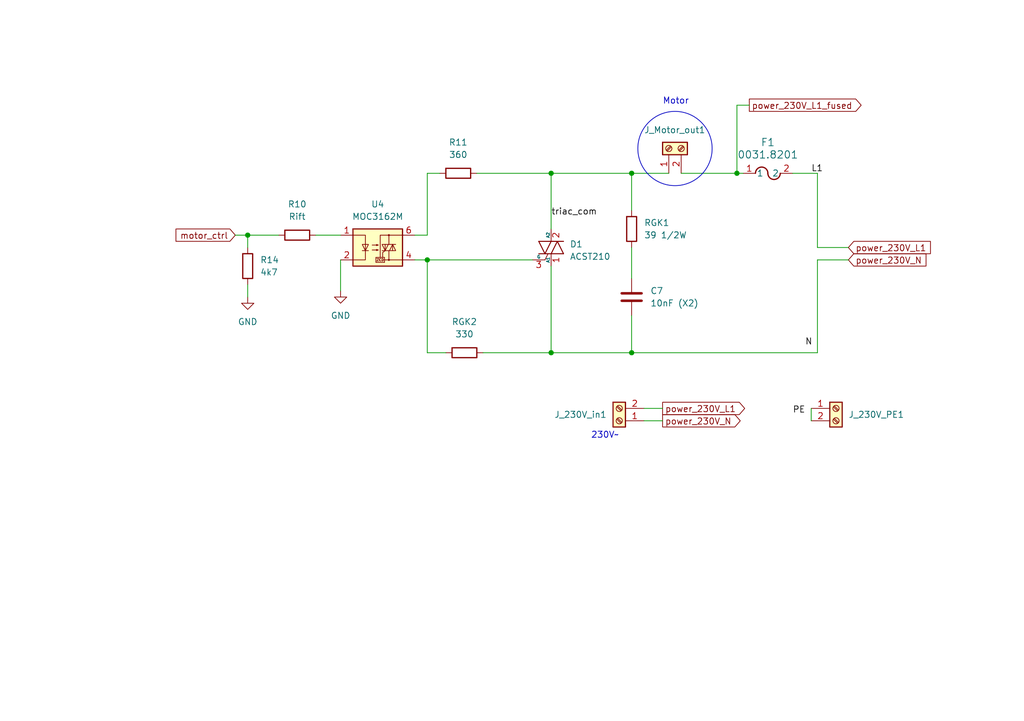
<source format=kicad_sch>
(kicad_sch (version 20230121) (generator eeschema)
  (paper "A5")
  (lib_symbols
    (symbol "2023-11-25_08-51-25:0031.8201" (pin_names (offset 0.254))
      (property "Reference" "F" (at 5.08 3.175 0))
      (property "Value" "0031.8201" (at 5.08 -3.175 0))
      (symbol "0031.8201_1_1"
        (arc (start 5.08 0) (mid 3.81 1.2645) (end 2.54 0) (stroke (width 0.254)))
        (arc (start 5.08 0) (mid 6.35 -1.2645) (end 7.62 0) (stroke (width 0.254)))
        (pin unspecified line (at 0 0 0) (length 2.54) (name "1") (number "1"))
        (pin unspecified line (at 10.16 0 180) (length 2.54) (name "2") (number "2"))
      )
      (symbol "0031.8201_1_2"
        (arc (start 0 5.08) (mid -1.2645 3.81) (end 0 2.54) (stroke (width 0.254)))
        (arc (start 0 5.08) (mid 1.2645 6.35) (end 0 7.62) (stroke (width 0.254)))
        (pin unspecified line (at 0 0 90) (length 2.54) (name "1") (number "1"))
        (pin unspecified line (at 0 10.16 270) (length 2.54) (name "2") (number "2"))
      )
    )
    (symbol "Connector:Screw_Terminal_01x02" (pin_names (offset 1.016) hide)
      (property "Reference" "J" (at 0 2.54 0))
      (property "Value" "Screw_Terminal_01x02" (at 0 -5.08 0))
      (symbol "Screw_Terminal_01x02_1_1"
        (rectangle (start -1.27 1.27) (end 1.27 -3.81) (stroke (width 0.254)) (fill (type background)))
        (circle (center 0 -2.54) (radius 0.635) (stroke (width 0.1524)))
        (polyline (pts (xy -0.5334 -2.2098) (xy 0.3302 -3.048)) (stroke (width 0.1524)))
        (polyline (pts (xy -0.5334 0.3302) (xy 0.3302 -0.508)) (stroke (width 0.1524)))
        (polyline (pts (xy -0.3556 -2.032) (xy 0.508 -2.8702)) (stroke (width 0.1524)))
        (polyline (pts (xy -0.3556 0.508) (xy 0.508 -0.3302)) (stroke (width 0.1524)))
        (circle (center 0 0) (radius 0.635) (stroke (width 0.1524)))
        (pin passive line (at -5.08 0 0) (length 3.81) (name "Pin_1") (number "1"))
        (pin passive line (at -5.08 -2.54 0) (length 3.81) (name "Pin_2") (number "2"))
      )
    )
    (symbol "Device:C" (pin_numbers hide) (pin_names (offset 0.254))
      (property "Reference" "C" (at 0.635 2.54 0))
      (property "Value" "C" (at 0.635 -2.54 0))
      (symbol "C_0_1"
        (polyline (pts (xy -2.032 -0.762) (xy 2.032 -0.762)) (stroke (width 0.508)))
        (polyline (pts (xy -2.032 0.762) (xy 2.032 0.762)) (stroke (width 0.508)))
      )
      (symbol "C_1_1"
        (pin passive line (at 0 3.81 270) (length 2.794) (name "~") (number "1"))
        (pin passive line (at 0 -3.81 90) (length 2.794) (name "~") (number "2"))
      )
    )
    (symbol "Device:Q_TRIAC_A1A2G" (pin_names (offset 0))
      (property "Reference" "D" (at 3.175 0.635 0))
      (property "Value" "Q_TRIAC_A1A2G" (at 3.175 -1.27 0))
      (symbol "Q_TRIAC_A1A2G_0_1"
        (polyline (pts (xy -2.54 -1.27) (xy 2.54 -1.27)) (stroke (width 0.2032)))
        (polyline (pts (xy -2.54 1.27) (xy 2.54 1.27)) (stroke (width 0.2032)))
        (polyline (pts (xy -1.27 -2.54) (xy -0.635 -1.27)))
        (polyline (pts (xy -2.54 1.27) (xy -1.27 -1.27) (xy 0 1.27)) (stroke (width 0.2032)))
        (polyline (pts (xy 0 -1.27) (xy 1.27 1.27) (xy 2.54 -1.27)) (stroke (width 0.2032)))
      )
      (symbol "Q_TRIAC_A1A2G_1_1"
        (pin passive line (at 0 -3.81 90) (length 2.54) (name "A1") (number "1"))
        (pin passive line (at 0 3.81 270) (length 2.54) (name "A2") (number "2"))
        (pin input line (at -3.81 -2.54 0) (length 2.54) (name "G") (number "3"))
      )
    )
    (symbol "Device:R" (pin_numbers hide) (pin_names (offset 0))
      (property "Reference" "R" (at 2.032 0 90))
      (property "Value" "R" (at 0 0 90))
      (symbol "R_0_1"
        (rectangle (start -1.016 -2.54) (end 1.016 2.54) (stroke (width 0.254)))
      )
      (symbol "R_1_1"
        (pin passive line (at 0 3.81 270) (length 1.27) (name "~") (number "1"))
        (pin passive line (at 0 -3.81 90) (length 1.27) (name "~") (number "2"))
      )
    )
    (symbol "Relay_SolidState:MOC3162M"
      (property "Reference" "U" (at -5.08 5.08 0))
      (property "Value" "MOC3162M" (at 0 5.08 0))
      (symbol "MOC3162M_0_0"
        (rectangle (start -0.381 -2.032) (end 1.397 -3.048))
        (polyline (pts (xy 2.286 -2.54) (xy 1.397 -2.54)))
        (polyline (pts (xy 1.524 -0.635) (xy 1.016 -1.016) (xy 1.016 -2.032)))
        (text "ZCD" (at 0.508 -2.54 0) (effects (font (size 0.508 0.508))))
      )
      (symbol "MOC3162M_0_1"
        (rectangle (start -5.08 3.81) (end 5.08 -3.81) (stroke (width 0.254)) (fill (type background)))
        (polyline (pts (xy -3.175 -0.635) (xy -1.905 -0.635)))
        (polyline (pts (xy 1.524 -0.635) (xy 1.524 0.635)))
        (polyline (pts (xy 3.048 0.635) (xy 3.048 -0.635)))
        (polyline (pts (xy 2.286 -0.635) (xy 2.286 -2.54) (xy 5.08 -2.54)))
        (polyline (pts (xy 2.286 0.635) (xy 2.286 2.54) (xy 5.08 2.54)))
        (polyline (pts (xy 2.286 2.54) (xy 0.508 2.54) (xy 0.508 -2.032)))
        (polyline (pts (xy -5.08 2.54) (xy -2.54 2.54) (xy -2.54 -2.54) (xy -5.08 -2.54)))
        (polyline (pts (xy -2.54 -0.635) (xy -3.175 0.635) (xy -1.905 0.635) (xy -2.54 -0.635)))
        (polyline (pts (xy 0.889 -0.635) (xy 3.683 -0.635) (xy 3.048 0.635) (xy 2.413 -0.635)))
        (polyline (pts (xy 3.683 0.635) (xy 0.889 0.635) (xy 1.524 -0.635) (xy 2.159 0.635)))
        (polyline (pts (xy -1.143 -0.508) (xy 0.127 -0.508) (xy -0.254 -0.635) (xy -0.254 -0.381) (xy 0.127 -0.508)))
        (polyline (pts (xy -1.143 0.508) (xy 0.127 0.508) (xy -0.254 0.381) (xy -0.254 0.635) (xy 0.127 0.508)))
        (circle (center 2.286 -2.54) (radius 0.127))
        (circle (center 2.286 2.54) (radius 0.127))
      )
      (symbol "MOC3162M_1_1"
        (pin passive line (at -7.62 2.54 0) (length 2.54) (name "~") (number "1"))
        (pin passive line (at -7.62 -2.54 0) (length 2.54) (name "~") (number "2"))
        (pin no_connect line (at -5.08 0 0) (length 2.54) hide (name "NC") (number "3"))
        (pin passive line (at 7.62 -2.54 180) (length 2.54) (name "~") (number "4"))
        (pin no_connect line (at 5.08 0 180) (length 2.54) hide (name "NC") (number "5"))
        (pin passive line (at 7.62 2.54 180) (length 2.54) (name "~") (number "6"))
      )
    )
    (symbol "power:GND" (power) (pin_names (offset 0))
      (property "Value" "GND" (at 0 -3.81 0))
      (symbol "GND_0_1"
        (polyline (pts (xy 0 0) (xy 0 -1.27) (xy 1.27 -1.27) (xy 0 -2.54) (xy -1.27 -1.27) (xy 0 -1.27)))
      )
      (symbol "GND_1_1"
        (pin power_in line (at 0 0 270) (length 0) hide (name "GND") (number "1"))
      )
    )
  )
  (junction (at 129.54 35.56))
  (junction (at 113.03 72.39))
  (junction (at 129.54 72.39))
  (junction (at 113.03 35.56))
  (junction (at 50.8 48.26))
  (junction (at 151.13 35.56))
  (junction (at 87.63 53.34))
  (wire (pts (xy 99.06 72.39) (xy 113.03 72.39)))
  (wire (pts (xy 50.8 48.26) (xy 50.8 50.8)))
  (wire (pts (xy 91.44 72.39) (xy 87.63 72.39)))
  (wire (pts (xy 167.64 50.8) (xy 173.99 50.8)))
  (wire (pts (xy 87.63 72.39) (xy 87.63 53.34)))
  (wire (pts (xy 129.54 35.56) (xy 129.54 43.18)))
  (wire (pts (xy 113.03 54.61) (xy 113.03 72.39)))
  (wire (pts (xy 129.54 64.77) (xy 129.54 72.39)))
  (wire (pts (xy 129.54 35.56) (xy 137.16 35.56)))
  (wire (pts (xy 151.13 21.59) (xy 153.67 21.59)))
  (wire (pts (xy 132.08 83.82) (xy 135.89 83.82)))
  (wire (pts (xy 69.85 53.34) (xy 69.85 59.69)))
  (wire (pts (xy 132.08 86.36) (xy 135.89 86.36)))
  (wire (pts (xy 129.54 50.8) (xy 129.54 57.15)))
  (wire (pts (xy 113.03 72.39) (xy 129.54 72.39)))
  (wire (pts (xy 151.13 35.56) (xy 152.4 35.56)))
  (wire (pts (xy 113.03 35.56) (xy 113.03 46.99)))
  (wire (pts (xy 162.56 35.56) (xy 167.64 35.56)))
  (wire (pts (xy 139.7 35.56) (xy 151.13 35.56)))
  (wire (pts (xy 87.63 35.56) (xy 87.63 48.26)))
  (wire (pts (xy 151.13 21.59) (xy 151.13 35.56)))
  (wire (pts (xy 87.63 53.34) (xy 109.22 53.34)))
  (wire (pts (xy 85.09 48.26) (xy 87.63 48.26)))
  (wire (pts (xy 64.77 48.26) (xy 69.85 48.26)))
  (wire (pts (xy 129.54 72.39) (xy 167.64 72.39)))
  (wire (pts (xy 50.8 48.26) (xy 57.15 48.26)))
  (wire (pts (xy 85.09 53.34) (xy 87.63 53.34)))
  (wire (pts (xy 166.37 83.82) (xy 166.37 86.36)))
  (wire (pts (xy 113.03 35.56) (xy 129.54 35.56)))
  (wire (pts (xy 48.26 48.26) (xy 50.8 48.26)))
  (wire (pts (xy 167.64 53.34) (xy 173.99 53.34)))
  (wire (pts (xy 167.64 35.56) (xy 167.64 50.8)))
  (wire (pts (xy 167.64 53.34) (xy 167.64 72.39)))
  (wire (pts (xy 50.8 58.42) (xy 50.8 60.96)))
  (wire (pts (xy 97.79 35.56) (xy 113.03 35.56)))
  (wire (pts (xy 87.63 35.56) (xy 90.17 35.56)))
  (circle (center 138.43 30.48) (radius 7.62))
  (text "Motor" (at 135.89 21.59 0) (effects (font (size 1.27 1.27)) (justify left bottom)))
  (text "230V~" (at 127 90.17 0) (effects (font (size 1.27 1.27)) (justify right bottom)))
  (label "PE" (at 162.56 85.09 0))
  (label "triac_com" (at 113.03 44.45 0))
  (label "N" (at 165.1 71.12 0))
  (label "L1" (at 166.37 35.56 0))
  (global_label "power_230V_L1" (shape input) (at 173.99 50.8 0) (property "Intersheetrefs" "${INTERSHEET_REFS}" (effects hide)))
  (global_label "power_230V_N" (shape input) (at 173.99 53.34 0) (property "Intersheetrefs" "${INTERSHEET_REFS}" (effects hide)))
  (global_label "power_230V_L1" (shape output) (at 135.89 83.82 0) (property "Intersheetrefs" "${INTERSHEET_REFS}" (effects hide)))
  (global_label "power_230V_N" (shape output) (at 135.89 86.36 0) (property "Intersheetrefs" "${INTERSHEET_REFS}" (effects hide)))
  (global_label "power_230V_L1_fused" (shape output) (at 153.67 21.59 0) (property "Intersheetrefs" "${INTERSHEET_REFS}" (effects hide)))
  (global_label "motor_ctrl" (shape input) (at 48.26 48.26 180) (property "Intersheetrefs" "${INTERSHEET_REFS}" (effects hide)))
  (symbol (lib_id "Connector:Screw_Terminal_01x02") (at 171.45 83.82 0) (unit 1)
    (property "Reference" "J_230V_PE1" (at 173.99 85.09 0) (effects (justify left)))
    (property "Value" "Screw_Terminal_01x02" (effects hide))
    (property "Footprint" "TerminalBlock:TerminalBlock_bornier-2_P5.08mm" (effects hide))
  )
  (symbol (lib_id "Device:R") (at 95.25 72.39 270) (unit 1)
    (property "Reference" "RGK2" (at 95.25 66.04 90))
    (property "Value" "330" (at 95.25 68.58 90))
    (property "Footprint" "Resistor_SMD:R_1206_3216Metric_Pad1.30x1.75mm_HandSolder" (effects hide))
  )
  (symbol (lib_id "Connector:Screw_Terminal_01x02") (at 137.16 30.48 90) (unit 1)
    (property "Reference" "J_Motor_out1" (at 132.08 26.67 90) (effects (justify right)))
    (property "Value" "Screw_Terminal_01x02" (effects hide))
    (property "Footprint" "TerminalBlock:TerminalBlock_bornier-2_P5.08mm" (effects hide))
  )
  (symbol (lib_id "power:GND") (at 50.8 60.96 0) (unit 1)
    (property "Reference" "#PWR030" (effects hide))
    (property "Value" "GND" (at 50.8 66.04 0))
  )
  (symbol (lib_id "Device:R") (at 93.98 35.56 90) (unit 1)
    (property "Reference" "R11" (at 93.98 29.21 90))
    (property "Value" "360" (at 93.98 31.75 90))
    (property "Footprint" "Resistor_SMD:R_1206_3216Metric_Pad1.30x1.75mm_HandSolder" (effects hide))
  )
  (symbol (lib_id "Device:C") (at 129.54 60.96 0) (unit 1)
    (property "Reference" "C7" (at 133.35 59.69 0) (effects (justify left)))
    (property "Value" "10nF (X2)" (at 133.35 62.23 0) (effects (justify left)))
    (property "Footprint" "Capacitor_SMD:C_2220_5650Metric_Pad1.97x5.40mm_HandSolder" (effects hide))
  )
  (symbol (lib_id "Device:Q_TRIAC_A1A2G") (at 113.03 50.8 0) (unit 1)
    (property "Reference" "D1" (at 116.84 50.1142 0) (effects (justify left)))
    (property "Value" "ACST210" (at 116.84 52.6542 0) (effects (justify left)))
    (property "Footprint" "Package_TO_SOT_SMD:TO-252-2" (effects hide))
  )
  (symbol (lib_id "power:GND") (at 69.85 59.69 0) (unit 1)
    (property "Reference" "#PWR029" (effects hide))
    (property "Value" "GND" (at 69.85 64.77 0))
  )
  (symbol (lib_id "Connector:Screw_Terminal_01x02") (at 127 86.36 180) (unit 1)
    (property "Reference" "J_230V_in1" (at 124.46 85.09 0) (effects (justify left)))
    (property "Value" "Screw_Terminal_01x02" (effects hide))
    (property "Footprint" "TerminalBlock:TerminalBlock_bornier-2_P5.08mm" (effects hide))
  )
  (symbol (lib_id "Device:R") (at 129.54 46.99 0) (unit 1)
    (property "Reference" "RGK1" (at 132.08 45.72 0) (effects (justify left)))
    (property "Value" "39 1/2W" (at 132.08 48.26 0) (effects (justify left)))
    (property "Footprint" "Resistor_SMD:R_2512_6332Metric_Pad1.40x3.35mm_HandSolder" (effects hide))
  )
  (symbol (lib_id "Device:R") (at 50.8 54.61 180) (unit 1)
    (property "Reference" "R14" (at 53.34 53.34 0) (effects (justify right)))
    (property "Value" "4k7" (at 53.34 55.88 0) (effects (justify right)))
    (property "Footprint" "Resistor_SMD:R_1206_3216Metric_Pad1.30x1.75mm_HandSolder" (effects hide))
  )
  (symbol (lib_id "Relay_SolidState:MOC3162M") (at 77.47 50.8 0) (unit 1)
    (property "Reference" "U4" (at 77.47 41.91 0))
    (property "Value" "MOC3162M" (at 77.47 44.45 0))
    (property "Footprint" "Package_DIP:DIP-6_W7.62mm_SMDSocket_SmallPads" (effects hide))
    (property "Datasheet" "https://www.onsemi.com/pub/Collateral/MOC3163M-D.pdf" (effects hide))
  )
  (symbol (lib_id "2023-11-25_08-51-25:0031.8201") (at 152.4 35.56 0) (unit 1)
    (property "Reference" "F1" (at 157.48 29.21 0) (effects (font (size 1.524 1.524))))
    (property "Value" "0031.8201" (at 157.48 31.75 0) (effects (font (size 1.524 1.524))))
    (property "Footprint" "Fuse:Fuseholder_Clip-5x20mm_Schurter_CQM_Inline_P20.60x5.00mm_D1.00mm_Horizontal" (effects hide))
    (property "Datasheet" "0031.8201" (effects hide))
  )
  (symbol (lib_id "Device:R") (at 60.96 48.26 90) (unit 1)
    (property "Reference" "R10" (at 60.96 41.91 90))
    (property "Value" "Rift" (at 60.96 44.45 90))
    (property "Footprint" "Resistor_SMD:R_1206_3216Metric_Pad1.30x1.75mm_HandSolder" (effects hide))
  )
)
</source>
